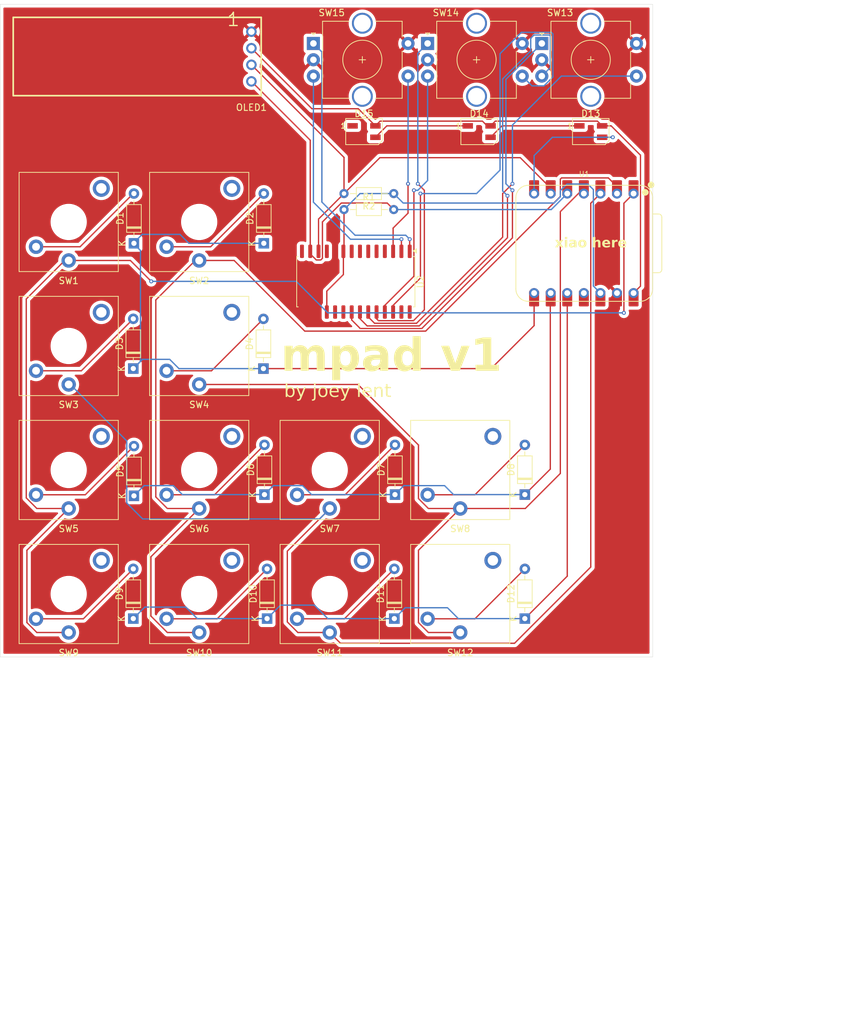
<source format=kicad_pcb>
(kicad_pcb (version 20241229) (generator "pcbnew") (generator_version "9.0")
  (layers (0 "F.Cu" signal) (2 "B.Cu" signal) (13 "F.Paste" user) (15 "B.Paste" user) (5 "F.SilkS" user "F.Silkscreen") (7 "B.SilkS" user "B.Silkscreen") (1 "F.Mask" user) (3 "B.Mask" user) (25 "Edge.Cuts" user))
  (net 0 "")
  (net 1 "ROW0")
  (net 2 "Net-(D1-A)")
  (net 3 "Net-(D2-A)")
  (net 4 "Net-(D3-A)")
  (net 5 "Net-(D4-A)")
  (net 6 "ROW1")
  (net 7 "Net-(D5-A)")
  (net 8 "Net-(D6-A)")
  (net 9 "Net-(D7-A)")
  (net 10 "Net-(D8-A)")
  (net 11 "ROW2")
  (net 12 "Net-(D9-A)")
  (net 13 "Net-(D10-A)")
  (net 14 "Net-(D11-A)")
  (net 15 "Net-(D12-A)")
  (net 16 "LED")
  (net 17 "+5V")
  (net 18 "GND")
  (net 19 "Net-(D13-DOUT)")
  (net 20 "Net-(D14-DOUT)")
  (net 21 "SDA")
  (net 22 "+3V3")
  (net 23 "SCL")
  (net 24 "COL0")
  (net 25 "COL1")
  (net 26 "COL2")
  (net 27 "COL3")
  (net 28 "ROT0_SW")
  (net 29 "ROT0_A")
  (net 30 "ROT0_B")
  (net 31 "ROT1_B")
  (net 32 "ROT1_A")
  (net 33 "ROT1_SW")
  (net 34 "ROT2_SW")
  (net 35 "ROT2_A")
  (net 36 "ROT2_B")
  (net 37 "FX_SW")
  (footprint "easyeda2kicad:OLED-TH_L38.0-W12.0_HS91L02W2C01" (layer "F.Cu") (at 128.5 45.5 180)
    (property "Reference" "OLED1")
    (property "Value" "HS91L02W2C01")
  )
  (footprint "LED_SMD:LED_SK6812MINI_PLCC4_3.5x3.5mm_P1.75mm" (layer "F.Cu") (at 145.75 57)
    (property "Reference" "D15")
    (property "Value" "SK6812MINI")
  )
  (footprint "Rotary_Encoder:RotaryEncoder_Alps_EC11E-Switch_Vertical_H20mm_CircularMountingHoles" (layer "F.Cu") (at 155.5 43.5)
    (property "Reference" "SW14")
    (property "Value" "RotaryEncoder_Switch")
  )
  (footprint "OPL:XIAO-RP2040-DIP" (layer "F.Cu") (at 179.439272 74.12 -90)
    (property "Reference" "U1")
    (property "Value" "XIAO-RP2040-DIP")
  )
  (footprint "Diode_THT:D_DO-35_SOD27_P7.62mm_Horizontal" (layer "F.Cu") (at 110.39927 131.62 90)
    (property "Reference" "D9")
    (property "Value" "D")
  )
  (footprint "KiSwitch:SW_Kailh_Choc_V2_1.00u" (layer "F.Cu") (at 100.499996 108.85 180)
    (property "Reference" "SW5")
    (property "Value" "SW_Push")
  )
  (footprint "KiSwitch:SW_Kailh_Choc_V2_1.00u" (layer "F.Cu") (at 100.499996 70.85 180)
    (property "Reference" "SW1")
    (property "Value" "SW_Push")
  )
  (footprint "Diode_THT:D_DO-35_SOD27_P7.62mm_Horizontal" (layer "F.Cu") (at 110.5 112.81 90)
    (property "Reference" "D5")
    (property "Value" "D")
  )
  (footprint "Package_SO:SOIC-28W_7.5x17.9mm_P1.27mm" (layer "F.Cu") (at 144.5 80 -90)
    (property "Reference" "U2")
    (property "Value" "MCP23017_SO")
  )
  (footprint "KiSwitch:SW_Kailh_Choc_V2_1.00u" (layer "F.Cu") (at 100.499996 127.85 180)
    (property "Reference" "SW9")
    (property "Value" "SW_Push")
  )
  (footprint "Resistor_THT:R_Axial_DIN0204_L3.6mm_D1.6mm_P7.62mm_Horizontal" (layer "F.Cu") (at 150.31 66.5 180)
    (property "Reference" "R2")
    (property "Value" "4.7k")
  )
  (footprint "Rotary_Encoder:RotaryEncoder_Alps_EC11E-Switch_Vertical_H20mm_CircularMountingHoles" (layer "F.Cu") (at 173 43.5)
    (property "Reference" "SW13")
    (property "Value" "RotaryEncoder_Switch")
  )
  (footprint "Diode_THT:D_DO-35_SOD27_P7.62mm_Horizontal" (layer "F.Cu") (at 170.39927 131.62 90)
    (property "Reference" "D12")
    (property "Value" "D")
  )
  (footprint "KiSwitch:SW_Kailh_Choc_V2_1.00u" (layer "F.Cu") (at 120.499996 70.85 180)
    (property "Reference" "SW2")
    (property "Value" "SW_Push")
  )
  (footprint "Rotary_Encoder:RotaryEncoder_Alps_EC11E-Switch_Vertical_H20mm_CircularMountingHoles" (layer "F.Cu") (at 138 43.5)
    (property "Reference" "SW15")
    (property "Value" "RotaryEncoder_Switch")
  )
  (footprint "Diode_THT:D_DO-35_SOD27_P7.62mm_Horizontal" (layer "F.Cu") (at 150.39927 131.62 90)
    (property "Reference" "D11")
    (property "Value" "D")
  )
  (footprint "Diode_THT:D_DO-35_SOD27_P7.62mm_Horizontal" (layer "F.Cu") (at 130.89927 131.62 90)
    (property "Reference" "D10")
    (property "Value" "D")
  )
  (footprint "KiSwitch:SW_Kailh_Choc_V2_1.00u" (layer "F.Cu") (at 160.499996 108.85 180)
    (property "Reference" "SW8")
    (property "Value" "SW_Push")
  )
  (footprint "KiSwitch:SW_Kailh_Choc_V2_1.00u" (layer "F.Cu") (at 120.499996 127.85 180)
    (property "Reference" "SW10")
    (property "Value" "SW_Push")
  )
  (footprint "KiSwitch:SW_Kailh_Choc_V2_1.00u" (layer "F.Cu") (at 100.499996 89.85 180)
    (property "Reference" "SW3")
    (property "Value" "SW_Push")
  )
  (footprint "KiSwitch:SW_Kailh_Choc_V2_1.00u" (layer "F.Cu") (at 140.499996 108.85 180)
    (property "Reference" "SW7")
    (property "Value" "SW_Push")
  )
  (footprint "Diode_THT:D_DO-35_SOD27_P7.62mm_Horizontal" (layer "F.Cu") (at 150.5 112.62 90)
    (property "Reference" "D7")
    (property "Value" "D")
  )
  (footprint "Diode_THT:D_DO-35_SOD27_P7.62mm_Horizontal" (layer "F.Cu") (at 110.39927 93.31 90)
    (property "Reference" "D3")
    (property "Value" "D")
  )
  (footprint "KiSwitch:SW_Kailh_Choc_V2_1.00u" (layer "F.Cu") (at 160.499996 127.85 180)
    (property "Reference" "SW12")
    (property "Value" "SW_Push")
  )
  (footprint "Diode_THT:D_DO-35_SOD27_P7.62mm_Horizontal" (layer "F.Cu") (at 130.5 112.62 90)
    (property "Reference" "D6")
    (property "Value" "D")
  )
  (footprint "Diode_THT:D_DO-35_SOD27_P7.62mm_Horizontal" (layer "F.Cu") (at 110.5 74.12 90)
    (property "Reference" "D1")
    (property "Value" "D")
  )
  (footprint "KiSwitch:SW_Kailh_Choc_V2_1.00u" (layer "F.Cu") (at 120.499996 108.85 180)
    (property "Reference" "SW6")
    (property "Value" "SW_Push")
  )
  (footprint "Resistor_THT:R_Axial_DIN0204_L3.6mm_D1.6mm_P7.62mm_Horizontal" (layer "F.Cu") (at 142.69 68.95)
    (property "Reference" "R1")
    (property "Value" "4.7k")
  )
  (footprint "Diode_THT:D_DO-35_SOD27_P7.62mm_Horizontal" (layer "F.Cu") (at 170.39927 112.62 90)
    (property "Reference" "D8")
    (property "Value" "D")
  )
  (footprint "Diode_THT:D_DO-35_SOD27_P7.62mm_Horizontal" (layer "F.Cu") (at 130.39927 74.12 90)
    (property "Reference" "D2")
    (property "Value" "D")
  )
  (footprint "KiSwitch:SW_Kailh_Choc_V2_1.00u" (layer "F.Cu") (at 120.499996 89.85 180)
    (property "Reference" "SW4")
    (property "Value" "SW_Push")
  )
  (footprint "Diode_THT:D_DO-35_SOD27_P7.62mm_Horizontal" (layer "F.Cu") (at 130.340981 93.317769 90)
    (property "Reference" "D4")
    (property "Value" "D")
  )
  (footprint "LED_SMD:LED_SK6812MINI_PLCC4_3.5x3.5mm_P1.75mm" (layer "F.Cu") (at 163.39927 57)
    (property "Reference" "D14")
    (property "Value" "SK6812MINI")
  )
  (footprint "LED_SMD:LED_SK6812MINI_PLCC4_3.5x3.5mm_P1.75mm" (layer "F.Cu") (at 180.5 57)
    (property "Reference" "D13")
    (property "Value" "SK6812MINI")
  )
  (footprint "KiSwitch:SW_Kailh_Choc_V2_1.00u" (layer "F.Cu") (at 140.499996 127.85 180)
    (property "Reference" "SW11")
    (property "Value" "SW_Push")
  )
  (gr_rect (start 90 37.5) (end 190 137.5) (stroke (width 0.05)) (fill no) (layer "Edge.Cuts"))
  (gr_text "xiao here" (at 175 75 0) (layer "F.SilkS") (effects (font (size 1.5 1.5) (thickness 0.3) (bold yes)) (justify left bottom)))
  (gr_text "by joey lent" (at 133.5 98 0) (layer "F.SilkS") (effects (font (size 2 2) (thickness 0.1875)) (justify left bottom)))
  (gr_text "mpad v1" (at 133 94.5 0) (layer "F.SilkS") (effects (font (size 5 5) (thickness 1) (bold yes)) (justify left bottom)))
  (segment (start 130.340981 93.317769) (end 165.232231 93.317769) (width 0.2) (layer "F.Cu") (net 1))
  (segment (start 171.819272 86.730728) (end 171.819272 81.74) (width 0.2) (layer "F.Cu") (net 1))
  (segment (start 165.232231 93.317769) (end 171.819272 86.730728) (width 0.2) (layer "F.Cu") (net 1))
  (segment (start 110.39927 74.12) (end 111.76927 72.75) (width 0.2) (layer "B.Cu") (net 1))
  (segment (start 117.396938 93.317769) (end 115.979169 91.9) (width 0.2) (layer "B.Cu") (net 1))
  (segment (start 117.55 72.75) (end 118.92 74.12) (width 0.2) (layer "B.Cu") (net 1))
  (segment (start 115.979169 91.9) (end 111.80927 91.9) (width 0.2) (layer "B.Cu") (net 1))
  (segment (start 111.76927 72.75) (end 117.55 72.75) (width 0.2) (layer "B.Cu") (net 1))
  (segment (start 111.49927 92.21) (end 111.49927 75.22) (width 0.2) (layer "B.Cu") (net 1))
  (segment (start 118.92 74.12) (end 130.39927 74.12) (width 0.2) (layer "B.Cu") (net 1))
  (segment (start 111.80927 91.9) (end 110.39927 93.31) (width 0.2) (layer "B.Cu") (net 1))
  (segment (start 130.340981 93.317769) (end 117.396938 93.317769) (width 0.2) (layer "B.Cu") (net 1))
  (segment (start 110.39927 93.31) (end 111.49927 92.21) (width 0.2) (layer "B.Cu") (net 1))
  (segment (start 111.49927 75.22) (end 110.39927 74.12) (width 0.2) (layer "B.Cu") (net 1))
  (segment (start 102.24927 74.65) (end 95.499996 74.65) (width 0.2) (layer "F.Cu") (net 2))
  (segment (start 110.39927 66.5) (end 102.24927 74.65) (width 0.2) (layer "F.Cu") (net 2))
  (segment (start 130.39927 66.5) (end 122.24927 74.65) (width 0.2) (layer "F.Cu") (net 3))
  (segment (start 122.24927 74.65) (end 115.499996 74.65) (width 0.2) (layer "F.Cu") (net 3))
  (segment (start 110.39927 85.69) (end 102.43927 93.65) (width 0.2) (layer "F.Cu") (net 4))
  (segment (start 102.43927 93.65) (end 95.499996 93.65) (width 0.2) (layer "F.Cu") (net 4))
  (segment (start 130.340981 85.697769) (end 122.38875 93.65) (width 0.2) (layer "F.Cu") (net 5))
  (segment (start 122.38875 93.65) (end 115.499996 93.65) (width 0.2) (layer "F.Cu") (net 5))
  (segment (start 174.3 82.634272) (end 174.359272 82.575) (width 0.2) (layer "F.Cu") (net 6))
  (segment (start 174.359272 81.74) (end 174.359272 82.81763) (width 0.2) (layer "F.Cu") (net 6))
  (segment (start 170.39927 112.62) (end 174.3 108.71927) (width 0.2) (layer "F.Cu") (net 6))
  (segment (start 174.3 108.71927) (end 174.3 82.634272) (width 0.2) (layer "F.Cu") (net 6))
  (segment (start 112.06 111.25) (end 116.55 111.25) (width 0.2) (layer "B.Cu") (net 6))
  (segment (start 150.5 112.62) (end 151.87 111.25) (width 0.2) (layer "B.Cu") (net 6))
  (segment (start 158.1 111.25) (end 159.47 112.62) (width 0.2) (layer "B.Cu") (net 6))
  (segment (start 110.5 112.81) (end 112.06 111.25) (width 0.2) (layer "B.Cu") (net 6))
  (segment (start 131.87 111.25) (end 136.35 111.25) (width 0.2) (layer "B.Cu") (net 6))
  (segment (start 159.47 112.62) (end 170.39927 112.62) (width 0.2) (layer "B.Cu") (net 6))
  (segment (start 117.92 112.62) (end 130.5 112.62) (width 0.2) (layer "B.Cu") (net 6))
  (segment (start 130.5 112.62) (end 131.87 111.25) (width 0.2) (layer "B.Cu") (net 6))
  (segment (start 136.35 111.25) (end 137.72 112.62) (width 0.2) (layer "B.Cu") (net 6))
  (segment (start 116.55 111.25) (end 117.92 112.62) (width 0.2) (layer "B.Cu") (net 6))
  (segment (start 151.87 111.25) (end 158.1 111.25) (width 0.2) (layer "B.Cu") (net 6))
  (segment (start 137.72 112.62) (end 150.5 112.62) (width 0.2) (layer "B.Cu") (net 6))
  (segment (start 103.04 112.65) (end 110.5 105.19) (width 0.2) (layer "F.Cu") (net 7))
  (segment (start 95.499996 112.65) (end 103.04 112.65) (width 0.2) (layer "F.Cu") (net 7))
  (segment (start 115.499996 112.65) (end 122.85 112.65) (width 0.2) (layer "F.Cu") (net 8))
  (segment (start 122.85 112.65) (end 130.5 105) (width 0.2) (layer "F.Cu") (net 8))
  (segment (start 135.539996 112.65) (end 142.85 112.65) (width 0.2) (layer "F.Cu") (net 9))
  (segment (start 142.85 112.65) (end 150.5 105) (width 0.2) (layer "F.Cu") (net 9))
  (segment (start 155.499996 112.65) (end 162.74927 112.65) (width 0.2) (layer "F.Cu") (net 10))
  (segment (start 162.74927 112.65) (end 170.39927 105) (width 0.2) (layer "F.Cu") (net 10))
  (segment (start 176.9 82.575728) (end 176.899272 82.575) (width 0.2) (layer "F.Cu") (net 11))
  (segment (start 176.9 125.11927) (end 176.9 82.575728) (width 0.2) (layer "F.Cu") (net 11))
  (segment (start 170.39927 131.62) (end 176.9 125.11927) (width 0.2) (layer "F.Cu") (net 11))
  (segment (start 176.899272 82.575) (end 176.899272 81.74) (width 0.2) (layer "F.Cu") (net 11))
  (segment (start 150.39927 131.62) (end 152.061336 129.957934) (width 0.2) (layer "B.Cu") (net 11))
  (segment (start 120.204132 131.62) (end 130.89927 131.62) (width 0.2) (layer "B.Cu") (net 11))
  (segment (start 160.204132 131.62) (end 170.39927 131.62) (width 0.2) (layer "B.Cu") (net 11))
  (segment (start 158.542066 129.957934) (end 160.204132 131.62) (width 0.2) (layer "B.Cu") (net 11))
  (segment (start 132.961336 129.557934) (end 138.142066 129.557934) (width 0.2) (layer "B.Cu") (net 11))
  (segment (start 112.161336 129.857934) (end 118.442066 129.857934) (width 0.2) (layer "B.Cu") (net 11))
  (segment (start 110.39927 131.62) (end 112.161336 129.857934) (width 0.2) (layer "B.Cu") (net 11))
  (segment (start 118.442066 129.857934) (end 120.204132 131.62) (width 0.2) (layer "B.Cu") (net 11))
  (segment (start 130.89927 131.62) (end 132.961336 129.557934) (width 0.2) (layer "B.Cu") (net 11))
  (segment (start 138.142066 129.557934) (end 140.204132 131.62) (width 0.2) (layer "B.Cu") (net 11))
  (segment (start 152.061336 129.957934) (end 158.542066 129.957934) (width 0.2) (layer "B.Cu") (net 11))
  (segment (start 140.204132 131.62) (end 150.39927 131.62) (width 0.2) (layer "B.Cu") (net 11))
  (segment (start 102.74927 131.65) (end 110.39927 124) (width 0.2) (layer "F.Cu") (net 12))
  (segment (start 95.499996 131.65) (end 102.74927 131.65) (width 0.2) (layer "F.Cu") (net 12))
  (segment (start 115.499996 131.65) (end 123.24927 131.65) (width 0.2) (layer "F.Cu") (net 13))
  (segment (start 123.24927 131.65) (end 130.89927 124) (width 0.2) (layer "F.Cu") (net 13))
  (segment (start 135.499996 131.65) (end 142.74927 131.65) (width 0.2) (layer "F.Cu") (net 14))
  (segment (start 142.74927 131.65) (end 150.39927 124) (width 0.2) (layer "F.Cu") (net 14))
  (segment (start 155.499996 131.65) (end 162.74927 131.65) (width 0.2) (layer "F.Cu") (net 15))
  (segment (start 162.74927 131.65) (end 170.39927 124) (width 0.2) (layer "F.Cu") (net 15))
  (segment (start 183.875 57.875) (end 182.25 57.875) (width 0.2) (layer "F.Cu") (net 16))
  (via (at 183.875 57.875) (size 0.6) (drill 0.3) (layers "F.Cu" "B.Cu") (net 16))
  (segment (start 183.875 57.875) (end 174.625 57.875) (width 0.2) (layer "B.Cu") (net 16))
  (segment (start 174.625 57.875) (end 171.819272 60.680728) (width 0.2) (layer "B.Cu") (net 16))
  (segment (start 171.819272 60.680728) (end 171.819272 66.5) (width 0.2) (layer "B.Cu") (net 16))
  (segment (start 144.875 53.5) (end 147.5 56.125) (width 0.2) (layer "F.Cu") (net 17))
  (segment (start 137.77 53.5) (end 144.875 53.5) (width 0.2) (layer "F.Cu") (net 17))
  (segment (start 182.25 56.125) (end 181.525 55.4) (width 0.2) (layer "F.Cu") (net 17))
  (segment (start 164.625 56.125) (end 163.9 55.4) (width 0.2) (layer "F.Cu") (net 17))
  (segment (start 148.225 55.4) (end 147.5 56.125) (width 0.2) (layer "F.Cu") (net 17))
  (segment (start 188.121272 60.621272) (end 183.625 56.125) (width 0.2) (layer "F.Cu") (net 17))
  (segment (start 183.625 56.125) (end 182.25 56.125) (width 0.2) (layer "F.Cu") (net 17))
  (segment (start 165.87427 55.4) (end 165.14927 56.125) (width 0.2) (layer "F.Cu") (net 17))
  (segment (start 128.5 44.23) (end 137.77 53.5) (width 0.2) (layer "F.Cu") (net 17))
  (segment (start 188.121272 80.678) (end 188.121272 60.621272) (width 0.2) (layer "F.Cu") (net 17))
  (segment (start 181.525 55.4) (end 165.87427 55.4) (width 0.2) (layer "F.Cu") (net 17))
  (segment (start 163.9 55.4) (end 148.225 55.4) (width 0.2) (layer "F.Cu") (net 17))
  (segment (start 187.059272 81.74) (end 188.121272 80.678) (width 0.2) (layer "F.Cu") (net 17))
  (segment (start 165.14927 56.125) (end 164.625 56.125) (width 0.2) (layer "F.Cu") (net 17))
  (segment (start 178.75 56.125) (end 166.89927 56.125) (width 0.2) (layer "F.Cu") (net 19))
  (segment (start 166.89927 56.125) (end 165.14927 57.875) (width 0.2) (layer "F.Cu") (net 19))
  (segment (start 149.25 56.125) (end 147.5 57.875) (width 0.2) (layer "F.Cu") (net 20))
  (segment (start 161.64927 56.125) (end 149.25 56.125) (width 0.2) (layer "F.Cu") (net 20))
  (segment (start 128.5 49.31) (end 137.515 58.325) (width 0.2) (layer "F.Cu") (net 21))
  (segment (start 142.275786 67.95) (end 139.385 70.840786) (width 0.2) (layer "F.Cu") (net 21))
  (segment (start 137.515 58.325) (end 137.515 75.35) (width 0.2) (layer "F.Cu") (net 21))
  (segment (start 139.385 76.415552) (end 139.125552 76.675) (width 0.2) (layer "F.Cu") (net 21))
  (segment (start 137.515 75.745552) (end 137.515 75.35) (width 0.2) (layer "F.Cu") (net 21))
  (segment (start 139.125552 76.675) (end 138.444448 76.675) (width 0.2) (layer "F.Cu") (net 21))
  (segment (start 149.31 67.95) (end 142.275786 67.95) (width 0.2) (layer "F.Cu") (net 21))
  (segment (start 150.31 68.95) (end 149.31 67.95) (width 0.2) (layer "F.Cu") (net 21))
  (segment (start 139.385 70.840786) (end 139.385 76.415552) (width 0.2) (layer "F.Cu") (net 21))
  (segment (start 138.444448 76.675) (end 137.515 75.745552) (width 0.2) (layer "F.Cu") (net 21))
  (segment (start 174.449272 68.95) (end 176.899272 66.5) (width 0.2) (layer "B.Cu") (net 21))
  (segment (start 150.31 68.95) (end 174.449272 68.95) (width 0.2) (layer "B.Cu") (net 21))
  (segment (start 142.69 68.95) (end 142.69 75.255) (width 0.2) (layer "F.Cu") (net 22))
  (segment (start 142.69 75.255) (end 142.595 75.35) (width 0.2) (layer "F.Cu") (net 22))
  (segment (start 140.055 81.445) (end 140.055 84.65) (width 0.2) (layer "F.Cu") (net 22))
  (segment (start 142.595 78.905) (end 140.055 81.445) (width 0.2) (layer "F.Cu") (net 22))
  (segment (start 142.595 75.35) (end 142.595 78.905) (width 0.2) (layer "F.Cu") (net 22))
  (segment (start 151.76 67.95) (end 150.31 66.5) (width 0.2) (layer "B.Cu") (net 22))
  (segment (start 180.901272 80.662) (end 180.901272 65.894419) (width 0.2) (layer "B.Cu") (net 22))
  (segment (start 180.901272 65.894419) (end 180.044853 65.038) (width 0.2) (layer "B.Cu") (net 22))
  (segment (start 176.859377 65.038) (end 175.837272 66.060105) (width 0.2) (layer "B.Cu") (net 22))
  (segment (start 180.044853 65.038) (end 176.859377 65.038) (width 0.2) (layer "B.Cu") (net 22))
  (segment (start 174.883586 67.95) (end 151.76 67.95) (width 0.2) (layer "B.Cu") (net 22))
  (segment (start 175.837272 66.060105) (end 175.837272 66.996314) (width 0.2) (layer "B.Cu") (net 22))
  (segment (start 150.31 66.5) (end 145.14 66.5) (width 0.2) (layer "B.Cu") (net 22))
  (segment (start 181.979272 81.74) (end 180.901272 80.662) (width 0.2) (layer "B.Cu") (net 22))
  (segment (start 145.14 66.5) (end 142.69 68.95) (width 0.2) (layer "B.Cu") (net 22))
  (segment (start 175.837272 66.996314) (end 174.883586 67.95) (width 0.2) (layer "B.Cu") (net 22))
  (segment (start 142.69 60.96) (end 142.69 66.5) (width 0.2) (layer "F.Cu") (net 23))
  (segment (start 169.694272 61) (end 148.19 61) (width 0.2) (layer "F.Cu") (net 23))
  (segment (start 142.69 66.5) (end 138.785 70.405) (width 0.2) (layer "F.Cu") (net 23))
  (segment (start 174.359272 65.665) (end 169.694272 61) (width 0.2) (layer "F.Cu") (net 23))
  (segment (start 148.19 61) (end 142.69 66.5) (width 0.2) (layer "F.Cu") (net 23))
  (segment (start 128.5 46.77) (end 142.69 60.96) (width 0.2) (layer "F.Cu") (net 23))
  (segment (start 138.785 70.405) (end 138.785 75.35) (width 0.2) (layer "F.Cu") (net 23))
  (segment (start 95.620097 114.75) (end 93.99927 113.129173) (width 0.2) (layer "F.Cu") (net 24))
  (segment (start 94.099996 121.15) (end 94.099996 132.229899) (width 0.2) (layer "F.Cu") (net 24))
  (segment (start 100.499996 76.75) (end 109.95 76.75) (width 0.2) (layer "F.Cu") (net 24))
  (segment (start 93.99927 113.129173) (end 93.99927 82.65) (width 0.2) (layer "F.Cu") (net 24))
  (segment (start 185.581272 67.978) (end 185.581272 84.768728) (width 0.2) (layer "F.Cu") (net 24))
  (segment (start 185.581272 84.768728) (end 185.575 84.775) (width 0.2) (layer "F.Cu") (net 24))
  (segment (start 100.499996 114.75) (end 94.099996 121.15) (width 0.2) (layer "F.Cu") (net 24))
  (segment (start 95.620097 133.75) (end 100.499996 133.75) (width 0.2) (layer "F.Cu") (net 24))
  (segment (start 187.059272 66.5) (end 185.581272 67.978) (width 0.2) (layer "F.Cu") (net 24))
  (segment (start 93.99927 82.65) (end 100.39927 76.25) (width 0.2) (layer "F.Cu") (net 24))
  (segment (start 109.95 76.75) (end 113.15 79.95) (width 0.2) (layer "F.Cu") (net 24))
  (segment (start 100.499996 114.75) (end 95.620097 114.75) (width 0.2) (layer "F.Cu") (net 24))
  (segment (start 94.099996 132.229899) (end 95.620097 133.75) (width 0.2) (layer "F.Cu") (net 24))
  (via (at 185.575 84.775) (size 0.6) (drill 0.3) (layers "F.Cu" "B.Cu") (net 24))
  (via (at 113.15 79.95) (size 0.6) (drill 0.3) (layers "F.Cu" "B.Cu") (net 24))
  (segment (start 140.2 84.775) (end 135.375 79.95) (width 0.2) (layer "B.Cu") (net 24))
  (segment (start 135.375 79.95) (end 113.15 79.95) (width 0.2) (layer "B.Cu") (net 24))
  (segment (start 185.575 84.775) (end 140.2 84.775) (width 0.2) (layer "B.Cu") (net 24))
  (segment (start 115.620097 114.75) (end 113.85 112.979903) (width 0.2) (layer "F.Cu") (net 25))
  (segment (start 155.2 87.575) (end 175.837272 66.937728) (width 0.2) (layer "F.Cu") (net 25))
  (segment (start 184.519272 65.42237) (end 184.519272 66.5) (width 0.2) (layer "F.Cu") (net 25))
  (segment (start 113.1 122.149996) (end 120.499996 114.75) (width 0.2) (layer "F.Cu") (net 25))
  (segment (start 183.196902 64.1) (end 184.519272 65.42237) (width 0.2) (layer "F.Cu") (net 25))
  (segment (start 113.85 112.979903) (end 113.85 82.79927) (width 0.2) (layer "F.Cu") (net 25))
  (segment (start 120.499996 76.75) (end 125.85 76.75) (width 0.2) (layer "F.Cu") (net 25))
  (segment (start 175.837272 66.937728) (end 175.837272 64.287728) (width 0.2) (layer "F.Cu") (net 25))
  (segment (start 113.85 82.79927) (end 120.39927 76.25) (width 0.2) (layer "F.Cu") (net 25))
  (segment (start 113.1 131.229903) (end 113.1 122.149996) (width 0.2) (layer "F.Cu") (net 25))
  (segment (start 120.499996 133.75) (end 115.620097 133.75) (width 0.2) (layer "F.Cu") (net 25))
  (segment (start 120.499996 114.75) (end 115.620097 114.75) (width 0.2) (layer "F.Cu") (net 25))
  (segment (start 176.025 64.1) (end 183.196902 64.1) (width 0.2) (layer "F.Cu") (net 25))
  (segment (start 115.620097 133.75) (end 113.1 131.229903) (width 0.2) (layer "F.Cu") (net 25))
  (segment (start 175.837272 64.287728) (end 176.025 64.1) (width 0.2) (layer "F.Cu") (net 25))
  (segment (start 125.85 76.75) (end 136.675 87.575) (width 0.2) (layer "F.Cu") (net 25))
  (segment (start 136.675 87.575) (end 155.2 87.575) (width 0.2) (layer "F.Cu") (net 25))
  (segment (start 134 132.129903) (end 134 121.289996) (width 0.2) (layer "F.Cu") (net 26))
  (segment (start 180.501272 123.717998) (end 168.81927 135.4) (width 0.2) (layer "F.Cu") (net 26))
  (segment (start 180.501272 67.978) (end 180.501272 123.717998) (width 0.2) (layer "F.Cu") (net 26))
  (segment (start 168.81927 135.4) (end 142.149996 135.4) (width 0.2) (layer "F.Cu") (net 26))
  (segment (start 134 121.289996) (end 140.539996 114.75) (width 0.2) (layer "F.Cu") (net 26))
  (segment (start 181.979272 66.5) (end 180.501272 67.978) (width 0.2) (layer "F.Cu") (net 26))
  (segment (start 142.149996 135.4) (end 140.499996 133.75) (width 0.2) (layer "F.Cu") (net 26))
  (segment (start 135.620097 133.75) (end 134 132.129903) (width 0.2) (layer "F.Cu") (net 26))
  (segment (start 140.499996 133.75) (end 135.620097 133.75) (width 0.2) (layer "F.Cu") (net 26))
  (segment (start 138.939996 116.35) (end 140.539996 114.75) (width 0.2) (layer "B.Cu") (net 26))
  (segment (start 109.4 104.40073) (end 109.4 113.91) (width 0.2) (layer "B.Cu") (net 26))
  (segment (start 100.39927 95.4) (end 109.4 104.40073) (width 0.2) (layer "B.Cu") (net 26))
  (segment (start 111.84 116.35) (end 138.939996 116.35) (width 0.2) (layer "B.Cu") (net 26))
  (segment (start 109.4 113.91) (end 111.84 116.35) (width 0.2) (layer "B.Cu") (net 26))
  (segment (start 154.099996 105.1) (end 154.099996 113.229899) (width 0.2) (layer "F.Cu") (net 27))
  (segment (start 175.837272 109.381998) (end 175.837272 69.267) (width 0.2) (layer "F.Cu") (net 27))
  (segment (start 175.837272 69.267) (end 179.439272 65.665) (width 0.2) (layer "F.Cu") (net 27))
  (segment (start 160.499996 133.75) (end 155.620097 133.75) (width 0.2) (layer "F.Cu") (net 27))
  (segment (start 154.099996 121.15) (end 160.499996 114.75) (width 0.2) (layer "F.Cu") (net 27))
  (segment (start 154.099996 105.024996) (end 144.825 95.75) (width 0.2) (layer "F.Cu") (net 27))
  (segment (start 154.099996 132.229899) (end 154.099996 121.15) (width 0.2) (layer "F.Cu") (net 27))
  (segment (start 154.099996 113.229899) (end 155.620097 114.75) (width 0.2) (layer "F.Cu") (net 27))
  (segment (start 155.620097 114.75) (end 160.499996 114.75) (width 0.2) (layer "F.Cu") (net 27))
  (segment (start 170.46927 114.75) (end 175.837272 109.381998) (width 0.2) (layer "F.Cu") (net 27))
  (segment (start 160.499996 114.75) (end 170.46927 114.75) (width 0.2) (layer "F.Cu") (net 27))
  (segment (start 155.620097 133.75) (end 154.099996 132.229899) (width 0.2) (layer "F.Cu") (net 27))
  (segment (start 154.099996 105.024996) (end 154.099996 105.1) (width 0.2) (layer "F.Cu") (net 27))
  (segment (start 144.825 95.75) (end 120.499996 95.75) (width 0.2) (layer "F.Cu") (net 27))
  (segment (start 168.5 65) (end 167 66.5) (width 0.2) (layer "F.Cu") (net 28))
  (segment (start 167 66.5) (end 167 73.177062) (width 0.2) (layer "F.Cu") (net 28))
  (segment (start 153.802062 86.375) (end 147.375 86.375) (width 0.2) (layer "F.Cu") (net 28))
  (segment (start 147.375 86.375) (end 146.405 85.405) (width 0.2) (layer "F.Cu") (net 28))
  (segment (start 146.405 85.405) (end 146.405 84.65) (width 0.2) (layer "F.Cu") (net 28))
  (segment (start 167 73.177062) (end 153.802062 86.375) (width 0.2) (layer "F.Cu") (net 28))
  (via (at 168.5 65) (size 0.6) (drill 0.3) (layers "F.Cu" "B.Cu") (net 28))
  (segment (start 176 48.5) (end 168.5 56) (width 0.2) (layer "B.Cu") (net 28))
  (segment (start 187.5 48.5) (end 176 48.5) (width 0.2) (layer "B.Cu") (net 28))
  (segment (start 168.5 56) (end 168.5 65) (width 0.2) (layer "B.Cu") (net 28))
  (segment (start 145.175 87.175) (end 143.865 85.865) (width 0.2) (layer "F.Cu") (net 29))
  (segment (start 154.607843 87.175) (end 145.175 87.175) (width 0.2) (layer "F.Cu") (net 29))
  (segment (start 168.5 66) (end 168.5 73.282843) (width 0.2) (layer "F.Cu") (net 29))
  (segment (start 168.5 73.282843) (end 154.607843 87.175) (width 0.2) (layer "F.Cu") (net 29))
  (segment (start 143.865 85.865) (end 143.865 84.65) (width 0.2) (layer "F.Cu") (net 29))
  (via (at 168.5 66) (size 0.6) (drill 0.3) (layers "F.Cu" "B.Cu") (net 29))
  (segment (start 167.5 49) (end 173 43.5) (width 0.2) (layer "B.Cu") (net 29))
  (segment (start 168.5 66) (end 167.5 65) (width 0.2) (layer "B.Cu") (net 29))
  (segment (start 167.5 65) (end 167.5 49) (width 0.2) (layer "B.Cu") (net 29))
  (segment (start 145.135 85.674999) (end 145.135 84.65) (width 0.2) (layer "F.Cu") (net 30))
  (segment (start 167.739216 66.839216) (end 167.739216 73.260784) (width 0.2) (layer "F.Cu") (net 30))
  (segment (start 154.225 86.775) (end 146.235001 86.775) (width 0.2) (layer "F.Cu") (net 30))
  (segment (start 146.235001 86.775) (end 145.135 85.674999) (width 0.2) (layer "F.Cu") (net 30))
  (segment (start 167.739216 73.260784) (end 154.225 86.775) (width 0.2) (layer "F.Cu") (net 30))
  (via (at 167.739216 66.839216) (size 0.6) (drill 0.3) (layers "F.Cu" "B.Cu") (net 30))
  (segment (start 174.3 47.2) (end 173 48.5) (width 0.2) (layer "B.Cu") (net 30))
  (segment (start 167 66.1) (end 167 48.934314) (width 0.2) (layer "B.Cu") (net 30))
  (segment (start 174.3 42.2) (end 174.3 47.2) (width 0.2) (layer "B.Cu") (net 30))
  (segment (start 167 48.934314) (end 171.3 44.634314) (width 0.2) (layer "B.Cu") (net 30))
  (segment (start 167.739216 66.839216) (end 167 66.1) (width 0.2) (layer "B.Cu") (net 30))
  (segment (start 171.3 42.7) (end 171.8 42.2) (width 0.2) (layer "B.Cu") (net 30))
  (segment (start 171.8 42.2) (end 174.3 42.2) (width 0.2) (layer "B.Cu") (net 30))
  (segment (start 171.3 44.634314) (end 171.3 42.7) (width 0.2) (layer "B.Cu") (net 30))
  (segment (start 148.945 83.625001) (end 153.4 79.170001) (width 0.2) (layer "F.Cu") (net 31))
  (segment (start 153.4 79.170001) (end 153.4 66) (width 0.2) (layer "F.Cu") (net 31))
  (segment (start 148.945 84.65) (end 148.945 83.625001) (width 0.2) (layer "F.Cu") (net 31))
  (via (at 153.4 66) (size 0.6) (drill 0.3) (layers "F.Cu" "B.Cu") (net 31))
  (segment (start 154 66) (end 155.5 64.5) (width 0.2) (layer "B.Cu") (net 31))
  (segment (start 153.4 66) (end 154 66) (width 0.2) (layer "B.Cu") (net 31))
  (segment (start 155.5 64.5) (end 155.5 48.5) (width 0.2) (layer "B.Cu") (net 31))
  (segment (start 155 66) (end 155 84.305704) (width 0.2) (layer "F.Cu") (net 32))
  (segment (start 154 65) (end 155 66) (width 0.2) (layer "F.Cu") (net 32))
  (segment (start 155 84.305704) (end 153.330704 85.975) (width 0.2) (layer "F.Cu") (net 32))
  (segment (start 147.975001 85.975) (end 147.675 85.674999) (width 0.2) (layer "F.Cu") (net 32))
  (segment (start 153.330704 85.975) (end 147.975001 85.975) (width 0.2) (layer "F.Cu") (net 32))
  (segment (start 147.675 85.674999) (end 147.675 84.65) (width 0.2) (layer "F.Cu") (net 32))
  (via (at 154 65) (size 0.6) (drill 0.3) (layers "F.Cu" "B.Cu") (net 32))
  (segment (start 155.5 43.5) (end 154 45) (width 0.2) (layer "B.Cu") (net 32))
  (segment (start 154 45) (end 154 65) (width 0.2) (layer "B.Cu") (net 32))
  (segment (start 150.215 83.625001) (end 154.4 79.440001) (width 0.2) (layer "F.Cu") (net 33))
  (segment (start 154.4 79.440001) (end 154.4 66.5) (width 0.2) (layer "F.Cu") (net 33))
  (segment (start 150.215 84.65) (end 150.215 83.625001) (width 0.2) (layer "F.Cu") (net 33))
  (via (at 154.4 66.5) (size 0.6) (drill 0.3) (layers "F.Cu" "B.Cu") (net 33))
  (segment (start 174.465685 41.8) (end 174.7 42.034315) (width 0.2) (layer "B.Cu") (net 33))
  (segment (start 171.5 50) (end 170 48.5) (width 0.2) (layer "B.Cu") (net 33))
  (segment (start 154.4 66.5) (end 163 66.5) (width 0.2) (layer "B.Cu") (net 33))
  (segment (start 166.6 45.061522) (end 169.861522 41.8) (width 0.2) (layer "B.Cu") (net 33))
  (segment (start 174.7 48.638478) (end 173.338478 50) (width 0.2) (layer "B.Cu") (net 33))
  (segment (start 166.6 62.9) (end 166.6 45.061522) (width 0.2) (layer "B.Cu") (net 33))
  (segment (start 173.338478 50) (end 171.5 50) (width 0.2) (layer "B.Cu") (net 33))
  (segment (start 169.861522 41.8) (end 174.465685 41.8) (width 0.2) (layer "B.Cu") (net 33))
  (segment (start 174.7 42.034315) (end 174.7 48.638478) (width 0.2) (layer "B.Cu") (net 33))
  (segment (start 163 66.5) (end 166.6 62.9) (width 0.2) (layer "B.Cu") (net 33))
  (segment (start 152.5 69.5) (end 150.215 71.785) (width 0.2) (layer "F.Cu") (net 34))
  (segment (start 150.215 71.785) (end 150.215 75.35) (width 0.2) (layer "F.Cu") (net 34))
  (segment (start 152.5 65) (end 152.5 69.5) (width 0.2) (layer "F.Cu") (net 34))
  (via (at 152.5 65) (size 0.6) (drill 0.3) (layers "F.Cu" "B.Cu") (net 34))
  (segment (start 152.5 48.5) (end 152.5 65) (width 0.2) (layer "B.Cu") (net 34))
  (segment (start 152.751902 73.487895) (end 152.751902 75.346902) (width 0.2) (layer "F.Cu") (net 35))
  (segment (start 152.751902 75.346902) (end 152.755 75.35) (width 0.2) (layer "F.Cu") (net 35))
  (via (at 152.751902 73.487895) (size 0.6) (drill 0.3) (layers "F.Cu" "B.Cu") (net 35))
  (segment (start 144.385 72.885) (end 152.149007 72.885) (width 0.2) (layer "B.Cu") (net 35))
  (segment (start 138 43.5) (end 139.3 44.8) (width 0.2) (layer "B.Cu") (net 35))
  (segment (start 139.3 67.8) (end 144.385 72.885) (width 0.2) (layer "B.Cu") (net 35))
  (segment (start 139.3 44.8) (end 139.3 67.8) (width 0.2) (layer "B.Cu") (net 35))
  (segment (start 152.149007 72.885) (end 152.751902 73.487895) (width 0.2) (layer "B.Cu") (net 35))
  (segment (start 151.485 73.485) (end 151.485 75.35) (width 0.2) (layer "F.Cu") (net 36))
  (via (at 151.485 73.485) (size 0.6) (drill 0.3) (layers "F.Cu" "B.Cu") (net 36))
  (segment (start 151.47 73.5) (end 143.686021 73.5) (width 0.2) (layer "B.Cu") (net 36))
  (segment (start 151.485 73.485) (end 151.47 73.5) (width 0.2) (layer "B.Cu") (net 36))
  (segment (start 138 67.813979) (end 138 48.5) (width 0.2) (layer "B.Cu") (net 36))
  (segment (start 143.686021 73.5) (end 138 67.813979) (width 0.2) (layer "B.Cu") (net 36))
  (segment (start 179.439272 81.74) (end 179.439272 82.81763) (width 0.2) (layer "F.Cu") (net 37))
  (zone (net 18) (net_name "GND") (layer "F.Cu") (connect_pads thru_hole_only (clearance 0.5)) (min_thickness 0.25) (fill yes (thermal_gap 0.5) (thermal_bridge_width 0.5))
    (polygon (pts (xy 90 37.5) (xy 90 137.5) (xy 190 137.5) (xy 190 37.5)))
  )
)
</source>
